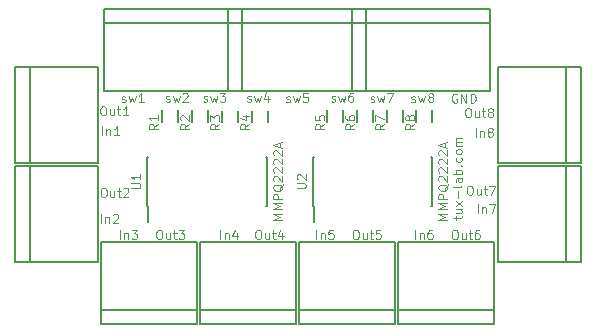
<source format=gto>
G04 #@! TF.FileFunction,Legend,Top*
%FSLAX46Y46*%
G04 Gerber Fmt 4.6, Leading zero omitted, Abs format (unit mm)*
G04 Created by KiCad (PCBNEW (2014-11-09 BZR 5259)-product) date Mon 22 Dec 2014 02:38:55 PM PST*
%MOMM*%
G01*
G04 APERTURE LIST*
%ADD10C,0.100000*%
%ADD11C,0.101600*%
%ADD12C,0.127000*%
%ADD13C,0.150000*%
G04 APERTURE END LIST*
D10*
D11*
X167552914Y-64251116D02*
X167552914Y-63960830D01*
X167298914Y-64142258D02*
X167952057Y-64142258D01*
X168024629Y-64105973D01*
X168060914Y-64033401D01*
X168060914Y-63960830D01*
X167552914Y-63380258D02*
X168060914Y-63380258D01*
X167552914Y-63706829D02*
X167952057Y-63706829D01*
X168024629Y-63670544D01*
X168060914Y-63597972D01*
X168060914Y-63489115D01*
X168024629Y-63416544D01*
X167988343Y-63380258D01*
X168060914Y-63089972D02*
X167552914Y-62690829D01*
X167552914Y-63089972D02*
X168060914Y-62690829D01*
X167770629Y-62400543D02*
X167770629Y-61819972D01*
X168060914Y-61348257D02*
X168024629Y-61420829D01*
X167952057Y-61457114D01*
X167298914Y-61457114D01*
X168060914Y-60731400D02*
X167661771Y-60731400D01*
X167589200Y-60767686D01*
X167552914Y-60840257D01*
X167552914Y-60985400D01*
X167589200Y-61057971D01*
X168024629Y-60731400D02*
X168060914Y-60803971D01*
X168060914Y-60985400D01*
X168024629Y-61057971D01*
X167952057Y-61094257D01*
X167879486Y-61094257D01*
X167806914Y-61057971D01*
X167770629Y-60985400D01*
X167770629Y-60803971D01*
X167734343Y-60731400D01*
X168060914Y-60368542D02*
X167298914Y-60368542D01*
X167589200Y-60368542D02*
X167552914Y-60295971D01*
X167552914Y-60150828D01*
X167589200Y-60078257D01*
X167625486Y-60041971D01*
X167698057Y-60005685D01*
X167915771Y-60005685D01*
X167988343Y-60041971D01*
X168024629Y-60078257D01*
X168060914Y-60150828D01*
X168060914Y-60295971D01*
X168024629Y-60368542D01*
X167988343Y-59679113D02*
X168024629Y-59642828D01*
X168060914Y-59679113D01*
X168024629Y-59715399D01*
X167988343Y-59679113D01*
X168060914Y-59679113D01*
X168024629Y-58989685D02*
X168060914Y-59062256D01*
X168060914Y-59207399D01*
X168024629Y-59279971D01*
X167988343Y-59316256D01*
X167915771Y-59352542D01*
X167698057Y-59352542D01*
X167625486Y-59316256D01*
X167589200Y-59279971D01*
X167552914Y-59207399D01*
X167552914Y-59062256D01*
X167589200Y-58989685D01*
X168060914Y-58554256D02*
X168024629Y-58626828D01*
X167988343Y-58663113D01*
X167915771Y-58699399D01*
X167698057Y-58699399D01*
X167625486Y-58663113D01*
X167589200Y-58626828D01*
X167552914Y-58554256D01*
X167552914Y-58445399D01*
X167589200Y-58372828D01*
X167625486Y-58336542D01*
X167698057Y-58300256D01*
X167915771Y-58300256D01*
X167988343Y-58336542D01*
X168024629Y-58372828D01*
X168060914Y-58445399D01*
X168060914Y-58554256D01*
X168060914Y-57973684D02*
X167552914Y-57973684D01*
X167625486Y-57973684D02*
X167589200Y-57937399D01*
X167552914Y-57864827D01*
X167552914Y-57755970D01*
X167589200Y-57683399D01*
X167661771Y-57647113D01*
X168060914Y-57647113D01*
X167661771Y-57647113D02*
X167589200Y-57610827D01*
X167552914Y-57538256D01*
X167552914Y-57429399D01*
X167589200Y-57356827D01*
X167661771Y-57320542D01*
X168060914Y-57320542D01*
X167404142Y-65114714D02*
X167549285Y-65114714D01*
X167621857Y-65151000D01*
X167694428Y-65223571D01*
X167730714Y-65368714D01*
X167730714Y-65622714D01*
X167694428Y-65767857D01*
X167621857Y-65840429D01*
X167549285Y-65876714D01*
X167404142Y-65876714D01*
X167331571Y-65840429D01*
X167259000Y-65767857D01*
X167222714Y-65622714D01*
X167222714Y-65368714D01*
X167259000Y-65223571D01*
X167331571Y-65151000D01*
X167404142Y-65114714D01*
X168383857Y-65368714D02*
X168383857Y-65876714D01*
X168057286Y-65368714D02*
X168057286Y-65767857D01*
X168093571Y-65840429D01*
X168166143Y-65876714D01*
X168275000Y-65876714D01*
X168347571Y-65840429D01*
X168383857Y-65804143D01*
X168637857Y-65368714D02*
X168928143Y-65368714D01*
X168746715Y-65114714D02*
X168746715Y-65767857D01*
X168783000Y-65840429D01*
X168855572Y-65876714D01*
X168928143Y-65876714D01*
X169508715Y-65114714D02*
X169363572Y-65114714D01*
X169291001Y-65151000D01*
X169254715Y-65187286D01*
X169182144Y-65296143D01*
X169145858Y-65441286D01*
X169145858Y-65731571D01*
X169182144Y-65804143D01*
X169218429Y-65840429D01*
X169291001Y-65876714D01*
X169436144Y-65876714D01*
X169508715Y-65840429D01*
X169545001Y-65804143D01*
X169581286Y-65731571D01*
X169581286Y-65550143D01*
X169545001Y-65477571D01*
X169508715Y-65441286D01*
X169436144Y-65405000D01*
X169291001Y-65405000D01*
X169218429Y-65441286D01*
X169182144Y-65477571D01*
X169145858Y-65550143D01*
X164138429Y-65876714D02*
X164138429Y-65114714D01*
X164501286Y-65368714D02*
X164501286Y-65876714D01*
X164501286Y-65441286D02*
X164537571Y-65405000D01*
X164610143Y-65368714D01*
X164719000Y-65368714D01*
X164791571Y-65405000D01*
X164827857Y-65477571D01*
X164827857Y-65876714D01*
X165517286Y-65114714D02*
X165372143Y-65114714D01*
X165299572Y-65151000D01*
X165263286Y-65187286D01*
X165190715Y-65296143D01*
X165154429Y-65441286D01*
X165154429Y-65731571D01*
X165190715Y-65804143D01*
X165227000Y-65840429D01*
X165299572Y-65876714D01*
X165444715Y-65876714D01*
X165517286Y-65840429D01*
X165553572Y-65804143D01*
X165589857Y-65731571D01*
X165589857Y-65550143D01*
X165553572Y-65477571D01*
X165517286Y-65441286D01*
X165444715Y-65405000D01*
X165299572Y-65405000D01*
X165227000Y-65441286D01*
X165190715Y-65477571D01*
X165154429Y-65550143D01*
X159022142Y-65114714D02*
X159167285Y-65114714D01*
X159239857Y-65151000D01*
X159312428Y-65223571D01*
X159348714Y-65368714D01*
X159348714Y-65622714D01*
X159312428Y-65767857D01*
X159239857Y-65840429D01*
X159167285Y-65876714D01*
X159022142Y-65876714D01*
X158949571Y-65840429D01*
X158877000Y-65767857D01*
X158840714Y-65622714D01*
X158840714Y-65368714D01*
X158877000Y-65223571D01*
X158949571Y-65151000D01*
X159022142Y-65114714D01*
X160001857Y-65368714D02*
X160001857Y-65876714D01*
X159675286Y-65368714D02*
X159675286Y-65767857D01*
X159711571Y-65840429D01*
X159784143Y-65876714D01*
X159893000Y-65876714D01*
X159965571Y-65840429D01*
X160001857Y-65804143D01*
X160255857Y-65368714D02*
X160546143Y-65368714D01*
X160364715Y-65114714D02*
X160364715Y-65767857D01*
X160401000Y-65840429D01*
X160473572Y-65876714D01*
X160546143Y-65876714D01*
X161163001Y-65114714D02*
X160800144Y-65114714D01*
X160763858Y-65477571D01*
X160800144Y-65441286D01*
X160872715Y-65405000D01*
X161054144Y-65405000D01*
X161126715Y-65441286D01*
X161163001Y-65477571D01*
X161199286Y-65550143D01*
X161199286Y-65731571D01*
X161163001Y-65804143D01*
X161126715Y-65840429D01*
X161054144Y-65876714D01*
X160872715Y-65876714D01*
X160800144Y-65840429D01*
X160763858Y-65804143D01*
X155756429Y-65876714D02*
X155756429Y-65114714D01*
X156119286Y-65368714D02*
X156119286Y-65876714D01*
X156119286Y-65441286D02*
X156155571Y-65405000D01*
X156228143Y-65368714D01*
X156337000Y-65368714D01*
X156409571Y-65405000D01*
X156445857Y-65477571D01*
X156445857Y-65876714D01*
X157171572Y-65114714D02*
X156808715Y-65114714D01*
X156772429Y-65477571D01*
X156808715Y-65441286D01*
X156881286Y-65405000D01*
X157062715Y-65405000D01*
X157135286Y-65441286D01*
X157171572Y-65477571D01*
X157207857Y-65550143D01*
X157207857Y-65731571D01*
X157171572Y-65804143D01*
X157135286Y-65840429D01*
X157062715Y-65876714D01*
X156881286Y-65876714D01*
X156808715Y-65840429D01*
X156772429Y-65804143D01*
X150767142Y-65114714D02*
X150912285Y-65114714D01*
X150984857Y-65151000D01*
X151057428Y-65223571D01*
X151093714Y-65368714D01*
X151093714Y-65622714D01*
X151057428Y-65767857D01*
X150984857Y-65840429D01*
X150912285Y-65876714D01*
X150767142Y-65876714D01*
X150694571Y-65840429D01*
X150622000Y-65767857D01*
X150585714Y-65622714D01*
X150585714Y-65368714D01*
X150622000Y-65223571D01*
X150694571Y-65151000D01*
X150767142Y-65114714D01*
X151746857Y-65368714D02*
X151746857Y-65876714D01*
X151420286Y-65368714D02*
X151420286Y-65767857D01*
X151456571Y-65840429D01*
X151529143Y-65876714D01*
X151638000Y-65876714D01*
X151710571Y-65840429D01*
X151746857Y-65804143D01*
X152000857Y-65368714D02*
X152291143Y-65368714D01*
X152109715Y-65114714D02*
X152109715Y-65767857D01*
X152146000Y-65840429D01*
X152218572Y-65876714D01*
X152291143Y-65876714D01*
X152871715Y-65368714D02*
X152871715Y-65876714D01*
X152690286Y-65078429D02*
X152508858Y-65622714D01*
X152980572Y-65622714D01*
X139119429Y-65876714D02*
X139119429Y-65114714D01*
X139482286Y-65368714D02*
X139482286Y-65876714D01*
X139482286Y-65441286D02*
X139518571Y-65405000D01*
X139591143Y-65368714D01*
X139700000Y-65368714D01*
X139772571Y-65405000D01*
X139808857Y-65477571D01*
X139808857Y-65876714D01*
X140099143Y-65114714D02*
X140570857Y-65114714D01*
X140316857Y-65405000D01*
X140425715Y-65405000D01*
X140498286Y-65441286D01*
X140534572Y-65477571D01*
X140570857Y-65550143D01*
X140570857Y-65731571D01*
X140534572Y-65804143D01*
X140498286Y-65840429D01*
X140425715Y-65876714D01*
X140208000Y-65876714D01*
X140135429Y-65840429D01*
X140099143Y-65804143D01*
X142385142Y-65114714D02*
X142530285Y-65114714D01*
X142602857Y-65151000D01*
X142675428Y-65223571D01*
X142711714Y-65368714D01*
X142711714Y-65622714D01*
X142675428Y-65767857D01*
X142602857Y-65840429D01*
X142530285Y-65876714D01*
X142385142Y-65876714D01*
X142312571Y-65840429D01*
X142240000Y-65767857D01*
X142203714Y-65622714D01*
X142203714Y-65368714D01*
X142240000Y-65223571D01*
X142312571Y-65151000D01*
X142385142Y-65114714D01*
X143364857Y-65368714D02*
X143364857Y-65876714D01*
X143038286Y-65368714D02*
X143038286Y-65767857D01*
X143074571Y-65840429D01*
X143147143Y-65876714D01*
X143256000Y-65876714D01*
X143328571Y-65840429D01*
X143364857Y-65804143D01*
X143618857Y-65368714D02*
X143909143Y-65368714D01*
X143727715Y-65114714D02*
X143727715Y-65767857D01*
X143764000Y-65840429D01*
X143836572Y-65876714D01*
X143909143Y-65876714D01*
X144090572Y-65114714D02*
X144562286Y-65114714D01*
X144308286Y-65405000D01*
X144417144Y-65405000D01*
X144489715Y-65441286D01*
X144526001Y-65477571D01*
X144562286Y-65550143D01*
X144562286Y-65731571D01*
X144526001Y-65804143D01*
X144489715Y-65840429D01*
X144417144Y-65876714D01*
X144199429Y-65876714D01*
X144126858Y-65840429D01*
X144090572Y-65804143D01*
X147628429Y-65876714D02*
X147628429Y-65114714D01*
X147991286Y-65368714D02*
X147991286Y-65876714D01*
X147991286Y-65441286D02*
X148027571Y-65405000D01*
X148100143Y-65368714D01*
X148209000Y-65368714D01*
X148281571Y-65405000D01*
X148317857Y-65477571D01*
X148317857Y-65876714D01*
X149007286Y-65368714D02*
X149007286Y-65876714D01*
X148825857Y-65078429D02*
X148644429Y-65622714D01*
X149116143Y-65622714D01*
X169421629Y-63692314D02*
X169421629Y-62930314D01*
X169784486Y-63184314D02*
X169784486Y-63692314D01*
X169784486Y-63256886D02*
X169820771Y-63220600D01*
X169893343Y-63184314D01*
X170002200Y-63184314D01*
X170074771Y-63220600D01*
X170111057Y-63293171D01*
X170111057Y-63692314D01*
X170401343Y-62930314D02*
X170909343Y-62930314D01*
X170582772Y-63692314D01*
X168674142Y-61355514D02*
X168819285Y-61355514D01*
X168891857Y-61391800D01*
X168964428Y-61464371D01*
X169000714Y-61609514D01*
X169000714Y-61863514D01*
X168964428Y-62008657D01*
X168891857Y-62081229D01*
X168819285Y-62117514D01*
X168674142Y-62117514D01*
X168601571Y-62081229D01*
X168529000Y-62008657D01*
X168492714Y-61863514D01*
X168492714Y-61609514D01*
X168529000Y-61464371D01*
X168601571Y-61391800D01*
X168674142Y-61355514D01*
X169653857Y-61609514D02*
X169653857Y-62117514D01*
X169327286Y-61609514D02*
X169327286Y-62008657D01*
X169363571Y-62081229D01*
X169436143Y-62117514D01*
X169545000Y-62117514D01*
X169617571Y-62081229D01*
X169653857Y-62044943D01*
X169907857Y-61609514D02*
X170198143Y-61609514D01*
X170016715Y-61355514D02*
X170016715Y-62008657D01*
X170053000Y-62081229D01*
X170125572Y-62117514D01*
X170198143Y-62117514D01*
X170379572Y-61355514D02*
X170887572Y-61355514D01*
X170561001Y-62117514D01*
X169243829Y-57215314D02*
X169243829Y-56453314D01*
X169606686Y-56707314D02*
X169606686Y-57215314D01*
X169606686Y-56779886D02*
X169642971Y-56743600D01*
X169715543Y-56707314D01*
X169824400Y-56707314D01*
X169896971Y-56743600D01*
X169933257Y-56816171D01*
X169933257Y-57215314D01*
X170404972Y-56779886D02*
X170332400Y-56743600D01*
X170296115Y-56707314D01*
X170259829Y-56634743D01*
X170259829Y-56598457D01*
X170296115Y-56525886D01*
X170332400Y-56489600D01*
X170404972Y-56453314D01*
X170550115Y-56453314D01*
X170622686Y-56489600D01*
X170658972Y-56525886D01*
X170695257Y-56598457D01*
X170695257Y-56634743D01*
X170658972Y-56707314D01*
X170622686Y-56743600D01*
X170550115Y-56779886D01*
X170404972Y-56779886D01*
X170332400Y-56816171D01*
X170296115Y-56852457D01*
X170259829Y-56925029D01*
X170259829Y-57070171D01*
X170296115Y-57142743D01*
X170332400Y-57179029D01*
X170404972Y-57215314D01*
X170550115Y-57215314D01*
X170622686Y-57179029D01*
X170658972Y-57142743D01*
X170695257Y-57070171D01*
X170695257Y-56925029D01*
X170658972Y-56852457D01*
X170622686Y-56816171D01*
X170550115Y-56779886D01*
X168521742Y-54802314D02*
X168666885Y-54802314D01*
X168739457Y-54838600D01*
X168812028Y-54911171D01*
X168848314Y-55056314D01*
X168848314Y-55310314D01*
X168812028Y-55455457D01*
X168739457Y-55528029D01*
X168666885Y-55564314D01*
X168521742Y-55564314D01*
X168449171Y-55528029D01*
X168376600Y-55455457D01*
X168340314Y-55310314D01*
X168340314Y-55056314D01*
X168376600Y-54911171D01*
X168449171Y-54838600D01*
X168521742Y-54802314D01*
X169501457Y-55056314D02*
X169501457Y-55564314D01*
X169174886Y-55056314D02*
X169174886Y-55455457D01*
X169211171Y-55528029D01*
X169283743Y-55564314D01*
X169392600Y-55564314D01*
X169465171Y-55528029D01*
X169501457Y-55491743D01*
X169755457Y-55056314D02*
X170045743Y-55056314D01*
X169864315Y-54802314D02*
X169864315Y-55455457D01*
X169900600Y-55528029D01*
X169973172Y-55564314D01*
X170045743Y-55564314D01*
X170408601Y-55128886D02*
X170336029Y-55092600D01*
X170299744Y-55056314D01*
X170263458Y-54983743D01*
X170263458Y-54947457D01*
X170299744Y-54874886D01*
X170336029Y-54838600D01*
X170408601Y-54802314D01*
X170553744Y-54802314D01*
X170626315Y-54838600D01*
X170662601Y-54874886D01*
X170698886Y-54947457D01*
X170698886Y-54983743D01*
X170662601Y-55056314D01*
X170626315Y-55092600D01*
X170553744Y-55128886D01*
X170408601Y-55128886D01*
X170336029Y-55165171D01*
X170299744Y-55201457D01*
X170263458Y-55274029D01*
X170263458Y-55419171D01*
X170299744Y-55491743D01*
X170336029Y-55528029D01*
X170408601Y-55564314D01*
X170553744Y-55564314D01*
X170626315Y-55528029D01*
X170662601Y-55491743D01*
X170698886Y-55419171D01*
X170698886Y-55274029D01*
X170662601Y-55201457D01*
X170626315Y-55165171D01*
X170553744Y-55128886D01*
X137519229Y-64505114D02*
X137519229Y-63743114D01*
X137882086Y-63997114D02*
X137882086Y-64505114D01*
X137882086Y-64069686D02*
X137918371Y-64033400D01*
X137990943Y-63997114D01*
X138099800Y-63997114D01*
X138172371Y-64033400D01*
X138208657Y-64105971D01*
X138208657Y-64505114D01*
X138535229Y-63815686D02*
X138571515Y-63779400D01*
X138644086Y-63743114D01*
X138825515Y-63743114D01*
X138898086Y-63779400D01*
X138934372Y-63815686D01*
X138970657Y-63888257D01*
X138970657Y-63960829D01*
X138934372Y-64069686D01*
X138498943Y-64505114D01*
X138970657Y-64505114D01*
X137660742Y-61558714D02*
X137805885Y-61558714D01*
X137878457Y-61595000D01*
X137951028Y-61667571D01*
X137987314Y-61812714D01*
X137987314Y-62066714D01*
X137951028Y-62211857D01*
X137878457Y-62284429D01*
X137805885Y-62320714D01*
X137660742Y-62320714D01*
X137588171Y-62284429D01*
X137515600Y-62211857D01*
X137479314Y-62066714D01*
X137479314Y-61812714D01*
X137515600Y-61667571D01*
X137588171Y-61595000D01*
X137660742Y-61558714D01*
X138640457Y-61812714D02*
X138640457Y-62320714D01*
X138313886Y-61812714D02*
X138313886Y-62211857D01*
X138350171Y-62284429D01*
X138422743Y-62320714D01*
X138531600Y-62320714D01*
X138604171Y-62284429D01*
X138640457Y-62248143D01*
X138894457Y-61812714D02*
X139184743Y-61812714D01*
X139003315Y-61558714D02*
X139003315Y-62211857D01*
X139039600Y-62284429D01*
X139112172Y-62320714D01*
X139184743Y-62320714D01*
X139402458Y-61631286D02*
X139438744Y-61595000D01*
X139511315Y-61558714D01*
X139692744Y-61558714D01*
X139765315Y-61595000D01*
X139801601Y-61631286D01*
X139837886Y-61703857D01*
X139837886Y-61776429D01*
X139801601Y-61885286D01*
X139366172Y-62320714D01*
X139837886Y-62320714D01*
X137595429Y-57113714D02*
X137595429Y-56351714D01*
X137958286Y-56605714D02*
X137958286Y-57113714D01*
X137958286Y-56678286D02*
X137994571Y-56642000D01*
X138067143Y-56605714D01*
X138176000Y-56605714D01*
X138248571Y-56642000D01*
X138284857Y-56714571D01*
X138284857Y-57113714D01*
X139046857Y-57113714D02*
X138611429Y-57113714D01*
X138829143Y-57113714D02*
X138829143Y-56351714D01*
X138756572Y-56460571D01*
X138684000Y-56533143D01*
X138611429Y-56569429D01*
X137635342Y-54649914D02*
X137780485Y-54649914D01*
X137853057Y-54686200D01*
X137925628Y-54758771D01*
X137961914Y-54903914D01*
X137961914Y-55157914D01*
X137925628Y-55303057D01*
X137853057Y-55375629D01*
X137780485Y-55411914D01*
X137635342Y-55411914D01*
X137562771Y-55375629D01*
X137490200Y-55303057D01*
X137453914Y-55157914D01*
X137453914Y-54903914D01*
X137490200Y-54758771D01*
X137562771Y-54686200D01*
X137635342Y-54649914D01*
X138615057Y-54903914D02*
X138615057Y-55411914D01*
X138288486Y-54903914D02*
X138288486Y-55303057D01*
X138324771Y-55375629D01*
X138397343Y-55411914D01*
X138506200Y-55411914D01*
X138578771Y-55375629D01*
X138615057Y-55339343D01*
X138869057Y-54903914D02*
X139159343Y-54903914D01*
X138977915Y-54649914D02*
X138977915Y-55303057D01*
X139014200Y-55375629D01*
X139086772Y-55411914D01*
X139159343Y-55411914D01*
X139812486Y-55411914D02*
X139377058Y-55411914D01*
X139594772Y-55411914D02*
X139594772Y-54649914D01*
X139522201Y-54758771D01*
X139449629Y-54831343D01*
X139377058Y-54867629D01*
X167643628Y-53619400D02*
X167571057Y-53583114D01*
X167462200Y-53583114D01*
X167353343Y-53619400D01*
X167280771Y-53691971D01*
X167244486Y-53764543D01*
X167208200Y-53909686D01*
X167208200Y-54018543D01*
X167244486Y-54163686D01*
X167280771Y-54236257D01*
X167353343Y-54308829D01*
X167462200Y-54345114D01*
X167534771Y-54345114D01*
X167643628Y-54308829D01*
X167679914Y-54272543D01*
X167679914Y-54018543D01*
X167534771Y-54018543D01*
X168006486Y-54345114D02*
X168006486Y-53583114D01*
X168441914Y-54345114D01*
X168441914Y-53583114D01*
X168804772Y-54345114D02*
X168804772Y-53583114D01*
X168986200Y-53583114D01*
X169095057Y-53619400D01*
X169167629Y-53691971D01*
X169203914Y-53764543D01*
X169240200Y-53909686D01*
X169240200Y-54018543D01*
X169203914Y-54163686D01*
X169167629Y-54236257D01*
X169095057Y-54308829D01*
X168986200Y-54345114D01*
X168804772Y-54345114D01*
X163793715Y-54258029D02*
X163866286Y-54294314D01*
X164011429Y-54294314D01*
X164084001Y-54258029D01*
X164120286Y-54185457D01*
X164120286Y-54149171D01*
X164084001Y-54076600D01*
X164011429Y-54040314D01*
X163902572Y-54040314D01*
X163830001Y-54004029D01*
X163793715Y-53931457D01*
X163793715Y-53895171D01*
X163830001Y-53822600D01*
X163902572Y-53786314D01*
X164011429Y-53786314D01*
X164084001Y-53822600D01*
X164374286Y-53786314D02*
X164519429Y-54294314D01*
X164664572Y-53931457D01*
X164809715Y-54294314D01*
X164954858Y-53786314D01*
X165354001Y-53858886D02*
X165281429Y-53822600D01*
X165245144Y-53786314D01*
X165208858Y-53713743D01*
X165208858Y-53677457D01*
X165245144Y-53604886D01*
X165281429Y-53568600D01*
X165354001Y-53532314D01*
X165499144Y-53532314D01*
X165571715Y-53568600D01*
X165608001Y-53604886D01*
X165644286Y-53677457D01*
X165644286Y-53713743D01*
X165608001Y-53786314D01*
X165571715Y-53822600D01*
X165499144Y-53858886D01*
X165354001Y-53858886D01*
X165281429Y-53895171D01*
X165245144Y-53931457D01*
X165208858Y-54004029D01*
X165208858Y-54149171D01*
X165245144Y-54221743D01*
X165281429Y-54258029D01*
X165354001Y-54294314D01*
X165499144Y-54294314D01*
X165571715Y-54258029D01*
X165608001Y-54221743D01*
X165644286Y-54149171D01*
X165644286Y-54004029D01*
X165608001Y-53931457D01*
X165571715Y-53895171D01*
X165499144Y-53858886D01*
X160339315Y-54258029D02*
X160411886Y-54294314D01*
X160557029Y-54294314D01*
X160629601Y-54258029D01*
X160665886Y-54185457D01*
X160665886Y-54149171D01*
X160629601Y-54076600D01*
X160557029Y-54040314D01*
X160448172Y-54040314D01*
X160375601Y-54004029D01*
X160339315Y-53931457D01*
X160339315Y-53895171D01*
X160375601Y-53822600D01*
X160448172Y-53786314D01*
X160557029Y-53786314D01*
X160629601Y-53822600D01*
X160919886Y-53786314D02*
X161065029Y-54294314D01*
X161210172Y-53931457D01*
X161355315Y-54294314D01*
X161500458Y-53786314D01*
X161718172Y-53532314D02*
X162226172Y-53532314D01*
X161899601Y-54294314D01*
X157037315Y-54232629D02*
X157109886Y-54268914D01*
X157255029Y-54268914D01*
X157327601Y-54232629D01*
X157363886Y-54160057D01*
X157363886Y-54123771D01*
X157327601Y-54051200D01*
X157255029Y-54014914D01*
X157146172Y-54014914D01*
X157073601Y-53978629D01*
X157037315Y-53906057D01*
X157037315Y-53869771D01*
X157073601Y-53797200D01*
X157146172Y-53760914D01*
X157255029Y-53760914D01*
X157327601Y-53797200D01*
X157617886Y-53760914D02*
X157763029Y-54268914D01*
X157908172Y-53906057D01*
X158053315Y-54268914D01*
X158198458Y-53760914D01*
X158815315Y-53506914D02*
X158670172Y-53506914D01*
X158597601Y-53543200D01*
X158561315Y-53579486D01*
X158488744Y-53688343D01*
X158452458Y-53833486D01*
X158452458Y-54123771D01*
X158488744Y-54196343D01*
X158525029Y-54232629D01*
X158597601Y-54268914D01*
X158742744Y-54268914D01*
X158815315Y-54232629D01*
X158851601Y-54196343D01*
X158887886Y-54123771D01*
X158887886Y-53942343D01*
X158851601Y-53869771D01*
X158815315Y-53833486D01*
X158742744Y-53797200D01*
X158597601Y-53797200D01*
X158525029Y-53833486D01*
X158488744Y-53869771D01*
X158452458Y-53942343D01*
X153201915Y-54258029D02*
X153274486Y-54294314D01*
X153419629Y-54294314D01*
X153492201Y-54258029D01*
X153528486Y-54185457D01*
X153528486Y-54149171D01*
X153492201Y-54076600D01*
X153419629Y-54040314D01*
X153310772Y-54040314D01*
X153238201Y-54004029D01*
X153201915Y-53931457D01*
X153201915Y-53895171D01*
X153238201Y-53822600D01*
X153310772Y-53786314D01*
X153419629Y-53786314D01*
X153492201Y-53822600D01*
X153782486Y-53786314D02*
X153927629Y-54294314D01*
X154072772Y-53931457D01*
X154217915Y-54294314D01*
X154363058Y-53786314D01*
X155016201Y-53532314D02*
X154653344Y-53532314D01*
X154617058Y-53895171D01*
X154653344Y-53858886D01*
X154725915Y-53822600D01*
X154907344Y-53822600D01*
X154979915Y-53858886D01*
X155016201Y-53895171D01*
X155052486Y-53967743D01*
X155052486Y-54149171D01*
X155016201Y-54221743D01*
X154979915Y-54258029D01*
X154907344Y-54294314D01*
X154725915Y-54294314D01*
X154653344Y-54258029D01*
X154617058Y-54221743D01*
X149899915Y-54232629D02*
X149972486Y-54268914D01*
X150117629Y-54268914D01*
X150190201Y-54232629D01*
X150226486Y-54160057D01*
X150226486Y-54123771D01*
X150190201Y-54051200D01*
X150117629Y-54014914D01*
X150008772Y-54014914D01*
X149936201Y-53978629D01*
X149899915Y-53906057D01*
X149899915Y-53869771D01*
X149936201Y-53797200D01*
X150008772Y-53760914D01*
X150117629Y-53760914D01*
X150190201Y-53797200D01*
X150480486Y-53760914D02*
X150625629Y-54268914D01*
X150770772Y-53906057D01*
X150915915Y-54268914D01*
X151061058Y-53760914D01*
X151677915Y-53760914D02*
X151677915Y-54268914D01*
X151496486Y-53470629D02*
X151315058Y-54014914D01*
X151786772Y-54014914D01*
X146191515Y-54232629D02*
X146264086Y-54268914D01*
X146409229Y-54268914D01*
X146481801Y-54232629D01*
X146518086Y-54160057D01*
X146518086Y-54123771D01*
X146481801Y-54051200D01*
X146409229Y-54014914D01*
X146300372Y-54014914D01*
X146227801Y-53978629D01*
X146191515Y-53906057D01*
X146191515Y-53869771D01*
X146227801Y-53797200D01*
X146300372Y-53760914D01*
X146409229Y-53760914D01*
X146481801Y-53797200D01*
X146772086Y-53760914D02*
X146917229Y-54268914D01*
X147062372Y-53906057D01*
X147207515Y-54268914D01*
X147352658Y-53760914D01*
X147570372Y-53506914D02*
X148042086Y-53506914D01*
X147788086Y-53797200D01*
X147896944Y-53797200D01*
X147969515Y-53833486D01*
X148005801Y-53869771D01*
X148042086Y-53942343D01*
X148042086Y-54123771D01*
X148005801Y-54196343D01*
X147969515Y-54232629D01*
X147896944Y-54268914D01*
X147679229Y-54268914D01*
X147606658Y-54232629D01*
X147570372Y-54196343D01*
X143016515Y-54232629D02*
X143089086Y-54268914D01*
X143234229Y-54268914D01*
X143306801Y-54232629D01*
X143343086Y-54160057D01*
X143343086Y-54123771D01*
X143306801Y-54051200D01*
X143234229Y-54014914D01*
X143125372Y-54014914D01*
X143052801Y-53978629D01*
X143016515Y-53906057D01*
X143016515Y-53869771D01*
X143052801Y-53797200D01*
X143125372Y-53760914D01*
X143234229Y-53760914D01*
X143306801Y-53797200D01*
X143597086Y-53760914D02*
X143742229Y-54268914D01*
X143887372Y-53906057D01*
X144032515Y-54268914D01*
X144177658Y-53760914D01*
X144431658Y-53579486D02*
X144467944Y-53543200D01*
X144540515Y-53506914D01*
X144721944Y-53506914D01*
X144794515Y-53543200D01*
X144830801Y-53579486D01*
X144867086Y-53652057D01*
X144867086Y-53724629D01*
X144830801Y-53833486D01*
X144395372Y-54268914D01*
X144867086Y-54268914D01*
X139282715Y-54258029D02*
X139355286Y-54294314D01*
X139500429Y-54294314D01*
X139573001Y-54258029D01*
X139609286Y-54185457D01*
X139609286Y-54149171D01*
X139573001Y-54076600D01*
X139500429Y-54040314D01*
X139391572Y-54040314D01*
X139319001Y-54004029D01*
X139282715Y-53931457D01*
X139282715Y-53895171D01*
X139319001Y-53822600D01*
X139391572Y-53786314D01*
X139500429Y-53786314D01*
X139573001Y-53822600D01*
X139863286Y-53786314D02*
X140008429Y-54294314D01*
X140153572Y-53931457D01*
X140298715Y-54294314D01*
X140443858Y-53786314D01*
X141133286Y-54294314D02*
X140697858Y-54294314D01*
X140915572Y-54294314D02*
X140915572Y-53532314D01*
X140843001Y-53641171D01*
X140770429Y-53713743D01*
X140697858Y-53750029D01*
D12*
X149416600Y-47617400D02*
X137783400Y-47617400D01*
X149416600Y-53383200D02*
X137783400Y-53383200D01*
X137783400Y-53383200D02*
X137783400Y-46372800D01*
X137783400Y-46372800D02*
X149416600Y-46372800D01*
X149416600Y-46372800D02*
X149416600Y-53383200D01*
D13*
X141425000Y-63075000D02*
X141530000Y-63075000D01*
X141425000Y-58925000D02*
X141530000Y-58925000D01*
X151575000Y-58925000D02*
X151470000Y-58925000D01*
X151575000Y-63075000D02*
X151470000Y-63075000D01*
X141425000Y-63075000D02*
X141425000Y-58925000D01*
X151575000Y-63075000D02*
X151575000Y-58925000D01*
X141530000Y-63075000D02*
X141530000Y-64450000D01*
X155425000Y-63075000D02*
X155530000Y-63075000D01*
X155425000Y-58925000D02*
X155530000Y-58925000D01*
X165575000Y-58925000D02*
X165470000Y-58925000D01*
X165575000Y-63075000D02*
X165470000Y-63075000D01*
X155425000Y-63075000D02*
X155425000Y-58925000D01*
X165575000Y-63075000D02*
X165575000Y-58925000D01*
X155530000Y-63075000D02*
X155530000Y-64450000D01*
X144002120Y-54993920D02*
X144002120Y-55993920D01*
X142652120Y-55993920D02*
X142652120Y-54993920D01*
X146544660Y-54996460D02*
X146544660Y-55996460D01*
X145194660Y-55996460D02*
X145194660Y-54996460D01*
X149087200Y-54999000D02*
X149087200Y-55999000D01*
X147737200Y-55999000D02*
X147737200Y-54999000D01*
X151609420Y-55001540D02*
X151609420Y-56001540D01*
X150259420Y-56001540D02*
X150259420Y-55001540D01*
X158002600Y-54948200D02*
X158002600Y-55948200D01*
X156652600Y-55948200D02*
X156652600Y-54948200D01*
X160542600Y-54948200D02*
X160542600Y-55948200D01*
X159192600Y-55948200D02*
X159192600Y-54948200D01*
X163082600Y-54948200D02*
X163082600Y-55948200D01*
X161732600Y-55948200D02*
X161732600Y-54948200D01*
X165546400Y-54973600D02*
X165546400Y-55973600D01*
X164196400Y-55973600D02*
X164196400Y-54973600D01*
D12*
X131470400Y-51308000D02*
X131470400Y-59436000D01*
X137236200Y-51308000D02*
X137236200Y-59436000D01*
X137236200Y-59436000D02*
X130225800Y-59436000D01*
X130225800Y-59436000D02*
X130225800Y-51308000D01*
X130225800Y-51308000D02*
X137236200Y-51308000D01*
X131470400Y-59690000D02*
X131470400Y-67818000D01*
X137236200Y-59690000D02*
X137236200Y-67818000D01*
X137236200Y-67818000D02*
X130225800Y-67818000D01*
X130225800Y-67818000D02*
X130225800Y-59690000D01*
X130225800Y-59690000D02*
X137236200Y-59690000D01*
X137541000Y-71856600D02*
X145669000Y-71856600D01*
X137541000Y-66090800D02*
X145669000Y-66090800D01*
X145669000Y-66090800D02*
X145669000Y-73101200D01*
X145669000Y-73101200D02*
X137541000Y-73101200D01*
X137541000Y-73101200D02*
X137541000Y-66090800D01*
X145923000Y-71856600D02*
X154051000Y-71856600D01*
X145923000Y-66090800D02*
X154051000Y-66090800D01*
X154051000Y-66090800D02*
X154051000Y-73101200D01*
X154051000Y-73101200D02*
X145923000Y-73101200D01*
X145923000Y-73101200D02*
X145923000Y-66090800D01*
X154305000Y-71856600D02*
X162433000Y-71856600D01*
X154305000Y-66090800D02*
X162433000Y-66090800D01*
X162433000Y-66090800D02*
X162433000Y-73101200D01*
X162433000Y-73101200D02*
X154305000Y-73101200D01*
X154305000Y-73101200D02*
X154305000Y-66090800D01*
X162687000Y-71856600D02*
X170815000Y-71856600D01*
X162687000Y-66090800D02*
X170815000Y-66090800D01*
X170815000Y-66090800D02*
X170815000Y-73101200D01*
X170815000Y-73101200D02*
X162687000Y-73101200D01*
X162687000Y-73101200D02*
X162687000Y-66090800D01*
X176885600Y-67818000D02*
X176885600Y-59690000D01*
X171119800Y-67818000D02*
X171119800Y-59690000D01*
X171119800Y-59690000D02*
X178130200Y-59690000D01*
X178130200Y-59690000D02*
X178130200Y-67818000D01*
X178130200Y-67818000D02*
X171119800Y-67818000D01*
X176885600Y-59436000D02*
X176885600Y-51308000D01*
X171119800Y-59436000D02*
X171119800Y-51308000D01*
X171119800Y-51308000D02*
X178130200Y-51308000D01*
X178130200Y-51308000D02*
X178130200Y-59436000D01*
X178130200Y-59436000D02*
X171119800Y-59436000D01*
X159916600Y-47617400D02*
X148283400Y-47617400D01*
X159916600Y-53383200D02*
X148283400Y-53383200D01*
X148283400Y-53383200D02*
X148283400Y-46372800D01*
X148283400Y-46372800D02*
X159916600Y-46372800D01*
X159916600Y-46372800D02*
X159916600Y-53383200D01*
X170416600Y-47617400D02*
X158783400Y-47617400D01*
X170416600Y-53383200D02*
X158783400Y-53383200D01*
X158783400Y-53383200D02*
X158783400Y-46372800D01*
X158783400Y-46372800D02*
X170416600Y-46372800D01*
X170416600Y-46372800D02*
X170416600Y-53383200D01*
D11*
X140082714Y-61580571D02*
X140699571Y-61580571D01*
X140772143Y-61544286D01*
X140808429Y-61508000D01*
X140844714Y-61435429D01*
X140844714Y-61290286D01*
X140808429Y-61217714D01*
X140772143Y-61181429D01*
X140699571Y-61145143D01*
X140082714Y-61145143D01*
X140844714Y-60383143D02*
X140844714Y-60818571D01*
X140844714Y-60600857D02*
X140082714Y-60600857D01*
X140191571Y-60673428D01*
X140264143Y-60746000D01*
X140300429Y-60818571D01*
X152844714Y-64247570D02*
X152082714Y-64247570D01*
X152627000Y-63993570D01*
X152082714Y-63739570D01*
X152844714Y-63739570D01*
X152844714Y-63376713D02*
X152082714Y-63376713D01*
X152627000Y-63122713D01*
X152082714Y-62868713D01*
X152844714Y-62868713D01*
X152844714Y-62505856D02*
X152082714Y-62505856D01*
X152082714Y-62215571D01*
X152119000Y-62142999D01*
X152155286Y-62106714D01*
X152227857Y-62070428D01*
X152336714Y-62070428D01*
X152409286Y-62106714D01*
X152445571Y-62142999D01*
X152481857Y-62215571D01*
X152481857Y-62505856D01*
X152917286Y-61235856D02*
X152881000Y-61308428D01*
X152808429Y-61380999D01*
X152699571Y-61489856D01*
X152663286Y-61562428D01*
X152663286Y-61634999D01*
X152844714Y-61598714D02*
X152808429Y-61671285D01*
X152735857Y-61743856D01*
X152590714Y-61780142D01*
X152336714Y-61780142D01*
X152191571Y-61743856D01*
X152119000Y-61671285D01*
X152082714Y-61598714D01*
X152082714Y-61453571D01*
X152119000Y-61380999D01*
X152191571Y-61308428D01*
X152336714Y-61272142D01*
X152590714Y-61272142D01*
X152735857Y-61308428D01*
X152808429Y-61380999D01*
X152844714Y-61453571D01*
X152844714Y-61598714D01*
X152155286Y-60981856D02*
X152119000Y-60945570D01*
X152082714Y-60872999D01*
X152082714Y-60691570D01*
X152119000Y-60618999D01*
X152155286Y-60582713D01*
X152227857Y-60546428D01*
X152300429Y-60546428D01*
X152409286Y-60582713D01*
X152844714Y-61018142D01*
X152844714Y-60546428D01*
X152155286Y-60256142D02*
X152119000Y-60219856D01*
X152082714Y-60147285D01*
X152082714Y-59965856D01*
X152119000Y-59893285D01*
X152155286Y-59856999D01*
X152227857Y-59820714D01*
X152300429Y-59820714D01*
X152409286Y-59856999D01*
X152844714Y-60292428D01*
X152844714Y-59820714D01*
X152155286Y-59530428D02*
X152119000Y-59494142D01*
X152082714Y-59421571D01*
X152082714Y-59240142D01*
X152119000Y-59167571D01*
X152155286Y-59131285D01*
X152227857Y-59095000D01*
X152300429Y-59095000D01*
X152409286Y-59131285D01*
X152844714Y-59566714D01*
X152844714Y-59095000D01*
X152155286Y-58804714D02*
X152119000Y-58768428D01*
X152082714Y-58695857D01*
X152082714Y-58514428D01*
X152119000Y-58441857D01*
X152155286Y-58405571D01*
X152227857Y-58369286D01*
X152300429Y-58369286D01*
X152409286Y-58405571D01*
X152844714Y-58841000D01*
X152844714Y-58369286D01*
X152627000Y-58079000D02*
X152627000Y-57716143D01*
X152844714Y-58151572D02*
X152082714Y-57897572D01*
X152844714Y-57643572D01*
X154082714Y-61580571D02*
X154699571Y-61580571D01*
X154772143Y-61544286D01*
X154808429Y-61508000D01*
X154844714Y-61435429D01*
X154844714Y-61290286D01*
X154808429Y-61217714D01*
X154772143Y-61181429D01*
X154699571Y-61145143D01*
X154082714Y-61145143D01*
X154155286Y-60818571D02*
X154119000Y-60782285D01*
X154082714Y-60709714D01*
X154082714Y-60528285D01*
X154119000Y-60455714D01*
X154155286Y-60419428D01*
X154227857Y-60383143D01*
X154300429Y-60383143D01*
X154409286Y-60419428D01*
X154844714Y-60854857D01*
X154844714Y-60383143D01*
X166844714Y-64247570D02*
X166082714Y-64247570D01*
X166627000Y-63993570D01*
X166082714Y-63739570D01*
X166844714Y-63739570D01*
X166844714Y-63376713D02*
X166082714Y-63376713D01*
X166627000Y-63122713D01*
X166082714Y-62868713D01*
X166844714Y-62868713D01*
X166844714Y-62505856D02*
X166082714Y-62505856D01*
X166082714Y-62215571D01*
X166119000Y-62142999D01*
X166155286Y-62106714D01*
X166227857Y-62070428D01*
X166336714Y-62070428D01*
X166409286Y-62106714D01*
X166445571Y-62142999D01*
X166481857Y-62215571D01*
X166481857Y-62505856D01*
X166917286Y-61235856D02*
X166881000Y-61308428D01*
X166808429Y-61380999D01*
X166699571Y-61489856D01*
X166663286Y-61562428D01*
X166663286Y-61634999D01*
X166844714Y-61598714D02*
X166808429Y-61671285D01*
X166735857Y-61743856D01*
X166590714Y-61780142D01*
X166336714Y-61780142D01*
X166191571Y-61743856D01*
X166119000Y-61671285D01*
X166082714Y-61598714D01*
X166082714Y-61453571D01*
X166119000Y-61380999D01*
X166191571Y-61308428D01*
X166336714Y-61272142D01*
X166590714Y-61272142D01*
X166735857Y-61308428D01*
X166808429Y-61380999D01*
X166844714Y-61453571D01*
X166844714Y-61598714D01*
X166155286Y-60981856D02*
X166119000Y-60945570D01*
X166082714Y-60872999D01*
X166082714Y-60691570D01*
X166119000Y-60618999D01*
X166155286Y-60582713D01*
X166227857Y-60546428D01*
X166300429Y-60546428D01*
X166409286Y-60582713D01*
X166844714Y-61018142D01*
X166844714Y-60546428D01*
X166155286Y-60256142D02*
X166119000Y-60219856D01*
X166082714Y-60147285D01*
X166082714Y-59965856D01*
X166119000Y-59893285D01*
X166155286Y-59856999D01*
X166227857Y-59820714D01*
X166300429Y-59820714D01*
X166409286Y-59856999D01*
X166844714Y-60292428D01*
X166844714Y-59820714D01*
X166155286Y-59530428D02*
X166119000Y-59494142D01*
X166082714Y-59421571D01*
X166082714Y-59240142D01*
X166119000Y-59167571D01*
X166155286Y-59131285D01*
X166227857Y-59095000D01*
X166300429Y-59095000D01*
X166409286Y-59131285D01*
X166844714Y-59566714D01*
X166844714Y-59095000D01*
X166155286Y-58804714D02*
X166119000Y-58768428D01*
X166082714Y-58695857D01*
X166082714Y-58514428D01*
X166119000Y-58441857D01*
X166155286Y-58405571D01*
X166227857Y-58369286D01*
X166300429Y-58369286D01*
X166409286Y-58405571D01*
X166844714Y-58841000D01*
X166844714Y-58369286D01*
X166627000Y-58079000D02*
X166627000Y-57716143D01*
X166844714Y-58151572D02*
X166082714Y-57897572D01*
X166844714Y-57643572D01*
X142330714Y-56134000D02*
X141967857Y-56388000D01*
X142330714Y-56569428D02*
X141568714Y-56569428D01*
X141568714Y-56279143D01*
X141605000Y-56206571D01*
X141641286Y-56170286D01*
X141713857Y-56134000D01*
X141822714Y-56134000D01*
X141895286Y-56170286D01*
X141931571Y-56206571D01*
X141967857Y-56279143D01*
X141967857Y-56569428D01*
X142330714Y-55408286D02*
X142330714Y-55843714D01*
X142330714Y-55626000D02*
X141568714Y-55626000D01*
X141677571Y-55698571D01*
X141750143Y-55771143D01*
X141786429Y-55843714D01*
X144997714Y-56134000D02*
X144634857Y-56388000D01*
X144997714Y-56569428D02*
X144235714Y-56569428D01*
X144235714Y-56279143D01*
X144272000Y-56206571D01*
X144308286Y-56170286D01*
X144380857Y-56134000D01*
X144489714Y-56134000D01*
X144562286Y-56170286D01*
X144598571Y-56206571D01*
X144634857Y-56279143D01*
X144634857Y-56569428D01*
X144308286Y-55843714D02*
X144272000Y-55807428D01*
X144235714Y-55734857D01*
X144235714Y-55553428D01*
X144272000Y-55480857D01*
X144308286Y-55444571D01*
X144380857Y-55408286D01*
X144453429Y-55408286D01*
X144562286Y-55444571D01*
X144997714Y-55880000D01*
X144997714Y-55408286D01*
X147537714Y-56134000D02*
X147174857Y-56388000D01*
X147537714Y-56569428D02*
X146775714Y-56569428D01*
X146775714Y-56279143D01*
X146812000Y-56206571D01*
X146848286Y-56170286D01*
X146920857Y-56134000D01*
X147029714Y-56134000D01*
X147102286Y-56170286D01*
X147138571Y-56206571D01*
X147174857Y-56279143D01*
X147174857Y-56569428D01*
X146775714Y-55880000D02*
X146775714Y-55408286D01*
X147066000Y-55662286D01*
X147066000Y-55553428D01*
X147102286Y-55480857D01*
X147138571Y-55444571D01*
X147211143Y-55408286D01*
X147392571Y-55408286D01*
X147465143Y-55444571D01*
X147501429Y-55480857D01*
X147537714Y-55553428D01*
X147537714Y-55771143D01*
X147501429Y-55843714D01*
X147465143Y-55880000D01*
X150077714Y-56134000D02*
X149714857Y-56388000D01*
X150077714Y-56569428D02*
X149315714Y-56569428D01*
X149315714Y-56279143D01*
X149352000Y-56206571D01*
X149388286Y-56170286D01*
X149460857Y-56134000D01*
X149569714Y-56134000D01*
X149642286Y-56170286D01*
X149678571Y-56206571D01*
X149714857Y-56279143D01*
X149714857Y-56569428D01*
X149569714Y-55480857D02*
X150077714Y-55480857D01*
X149279429Y-55662286D02*
X149823714Y-55843714D01*
X149823714Y-55372000D01*
X156427714Y-56134000D02*
X156064857Y-56388000D01*
X156427714Y-56569428D02*
X155665714Y-56569428D01*
X155665714Y-56279143D01*
X155702000Y-56206571D01*
X155738286Y-56170286D01*
X155810857Y-56134000D01*
X155919714Y-56134000D01*
X155992286Y-56170286D01*
X156028571Y-56206571D01*
X156064857Y-56279143D01*
X156064857Y-56569428D01*
X155665714Y-55444571D02*
X155665714Y-55807428D01*
X156028571Y-55843714D01*
X155992286Y-55807428D01*
X155956000Y-55734857D01*
X155956000Y-55553428D01*
X155992286Y-55480857D01*
X156028571Y-55444571D01*
X156101143Y-55408286D01*
X156282571Y-55408286D01*
X156355143Y-55444571D01*
X156391429Y-55480857D01*
X156427714Y-55553428D01*
X156427714Y-55734857D01*
X156391429Y-55807428D01*
X156355143Y-55843714D01*
X158967714Y-56134000D02*
X158604857Y-56388000D01*
X158967714Y-56569428D02*
X158205714Y-56569428D01*
X158205714Y-56279143D01*
X158242000Y-56206571D01*
X158278286Y-56170286D01*
X158350857Y-56134000D01*
X158459714Y-56134000D01*
X158532286Y-56170286D01*
X158568571Y-56206571D01*
X158604857Y-56279143D01*
X158604857Y-56569428D01*
X158205714Y-55480857D02*
X158205714Y-55626000D01*
X158242000Y-55698571D01*
X158278286Y-55734857D01*
X158387143Y-55807428D01*
X158532286Y-55843714D01*
X158822571Y-55843714D01*
X158895143Y-55807428D01*
X158931429Y-55771143D01*
X158967714Y-55698571D01*
X158967714Y-55553428D01*
X158931429Y-55480857D01*
X158895143Y-55444571D01*
X158822571Y-55408286D01*
X158641143Y-55408286D01*
X158568571Y-55444571D01*
X158532286Y-55480857D01*
X158496000Y-55553428D01*
X158496000Y-55698571D01*
X158532286Y-55771143D01*
X158568571Y-55807428D01*
X158641143Y-55843714D01*
X161507714Y-56134000D02*
X161144857Y-56388000D01*
X161507714Y-56569428D02*
X160745714Y-56569428D01*
X160745714Y-56279143D01*
X160782000Y-56206571D01*
X160818286Y-56170286D01*
X160890857Y-56134000D01*
X160999714Y-56134000D01*
X161072286Y-56170286D01*
X161108571Y-56206571D01*
X161144857Y-56279143D01*
X161144857Y-56569428D01*
X160745714Y-55880000D02*
X160745714Y-55372000D01*
X161507714Y-55698571D01*
X164047714Y-56134000D02*
X163684857Y-56388000D01*
X164047714Y-56569428D02*
X163285714Y-56569428D01*
X163285714Y-56279143D01*
X163322000Y-56206571D01*
X163358286Y-56170286D01*
X163430857Y-56134000D01*
X163539714Y-56134000D01*
X163612286Y-56170286D01*
X163648571Y-56206571D01*
X163684857Y-56279143D01*
X163684857Y-56569428D01*
X163612286Y-55698571D02*
X163576000Y-55771143D01*
X163539714Y-55807428D01*
X163467143Y-55843714D01*
X163430857Y-55843714D01*
X163358286Y-55807428D01*
X163322000Y-55771143D01*
X163285714Y-55698571D01*
X163285714Y-55553428D01*
X163322000Y-55480857D01*
X163358286Y-55444571D01*
X163430857Y-55408286D01*
X163467143Y-55408286D01*
X163539714Y-55444571D01*
X163576000Y-55480857D01*
X163612286Y-55553428D01*
X163612286Y-55698571D01*
X163648571Y-55771143D01*
X163684857Y-55807428D01*
X163757429Y-55843714D01*
X163902571Y-55843714D01*
X163975143Y-55807428D01*
X164011429Y-55771143D01*
X164047714Y-55698571D01*
X164047714Y-55553428D01*
X164011429Y-55480857D01*
X163975143Y-55444571D01*
X163902571Y-55408286D01*
X163757429Y-55408286D01*
X163684857Y-55444571D01*
X163648571Y-55480857D01*
X163612286Y-55553428D01*
M02*

</source>
